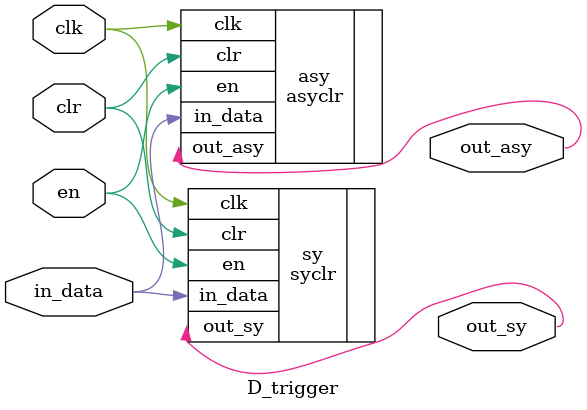
<source format=v>
module D_trigger(
	input en,
	input clk,//SW[3]
	input clr,
	input in_data,
	output out_sy,
	output out_asy //清零：SW[2],使能，SW[1]，数据SW[0]
);

asyclr asy(.en(en), .clk(clk), .clr(clr), .in_data(in_data), .out_asy(out_asy));
syclr sy(.en(en), .clk(clk), .clr(clr), .in_data(in_data), .out_sy(out_sy));


endmodule 
</source>
